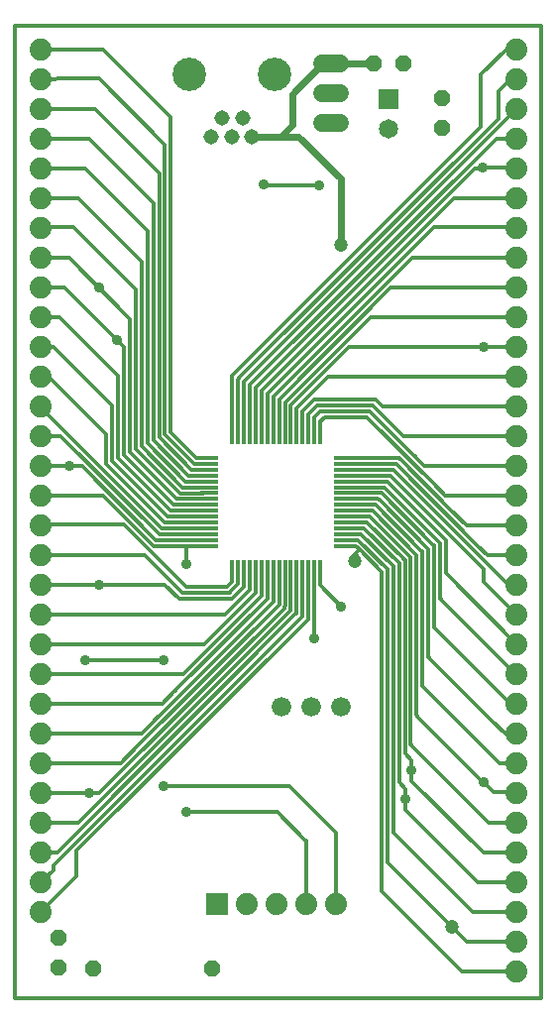
<source format=gtl>
G75*
G70*
%OFA0B0*%
%FSLAX24Y24*%
%IPPOS*%
%LPD*%
%AMOC8*
5,1,8,0,0,1.08239X$1,22.5*
%
%ADD10C,0.0120*%
%ADD11R,0.0591X0.0118*%
%ADD12R,0.0118X0.0591*%
%ADD13C,0.0660*%
%ADD14C,0.0600*%
%ADD15OC8,0.0520*%
%ADD16R,0.0650X0.0650*%
%ADD17C,0.0650*%
%ADD18C,0.0515*%
%ADD19C,0.1122*%
%ADD20R,0.0740X0.0740*%
%ADD21C,0.0740*%
%ADD22C,0.0742*%
%ADD23C,0.0356*%
%ADD24C,0.0240*%
%ADD25C,0.0472*%
D10*
X001007Y000170D02*
X018692Y000170D01*
X018692Y032847D01*
X001007Y032847D01*
X001007Y000170D01*
X001880Y003065D02*
X003078Y004262D01*
X003078Y005111D01*
X010873Y012906D01*
X010873Y014402D01*
X011069Y014384D02*
X011069Y012789D01*
X011070Y012788D01*
X011070Y012828D01*
X011070Y012788D02*
X011070Y012257D01*
X010676Y013006D02*
X010676Y014384D01*
X010479Y014384D02*
X010479Y013146D01*
X010450Y013076D02*
X002997Y005623D01*
X002900Y005526D01*
X002997Y005623D02*
X002999Y005623D01*
X002428Y005052D01*
X001893Y005052D01*
X001880Y005065D01*
X002288Y004619D02*
X002288Y004472D01*
X001880Y004065D01*
X002288Y004619D02*
X002291Y004619D01*
X002288Y004619D02*
X010676Y013006D01*
X010450Y013075D02*
X010460Y013087D01*
X010468Y013101D01*
X010474Y013115D01*
X010478Y013130D01*
X010479Y013146D01*
X010282Y013203D02*
X003686Y006607D01*
X003589Y006510D01*
X003686Y006607D02*
X003688Y006607D01*
X003137Y006056D01*
X001889Y006056D01*
X001880Y006065D01*
X001880Y007065D02*
X003483Y007065D01*
X003487Y007060D01*
X003843Y007060D01*
X004316Y007532D01*
X004318Y007532D01*
X004316Y007532D02*
X010056Y013272D01*
X010056Y013314D01*
X010085Y013343D02*
X010085Y014384D01*
X009888Y014384D02*
X009888Y013400D01*
X005103Y008615D01*
X005106Y008615D01*
X004554Y008064D01*
X004554Y008065D01*
X001880Y008065D01*
X001892Y008065D01*
X001880Y009065D02*
X001883Y009068D01*
X005263Y009068D01*
X005658Y009463D01*
X005814Y009619D01*
X005658Y009463D02*
X005656Y009463D01*
X009691Y013499D01*
X009691Y014384D01*
X009495Y014384D02*
X009495Y013597D01*
X006345Y010447D01*
X006347Y010447D01*
X006385Y010485D01*
X006347Y010447D02*
X005952Y010052D01*
X001893Y010052D01*
X001880Y010065D01*
X001889Y011056D02*
X001880Y011065D01*
X001889Y011056D02*
X006661Y011056D01*
X007035Y011430D01*
X007034Y011431D01*
X007034Y011432D01*
X009298Y013695D01*
X009298Y014384D01*
X009101Y014384D02*
X009101Y013794D01*
X007761Y012454D01*
X007723Y012416D01*
X007761Y012454D02*
X007763Y012454D01*
X007369Y012060D01*
X001885Y012060D01*
X001880Y012065D01*
X001901Y013044D02*
X001880Y013065D01*
X001901Y013044D02*
X008058Y013044D01*
X008905Y013891D01*
X008905Y014402D01*
X008707Y014384D02*
X008707Y013991D01*
X008314Y013597D01*
X006542Y013597D01*
X006542Y013596D01*
X006543Y013595D01*
X006641Y013595D01*
X006543Y013595D02*
X006523Y013595D01*
X006050Y014068D01*
X003842Y014068D01*
X001883Y014068D01*
X001880Y014065D01*
X001893Y015052D02*
X001880Y015065D01*
X001893Y015052D02*
X005381Y015052D01*
X006640Y013793D01*
X006641Y013792D01*
X006640Y013793D02*
X006640Y013794D01*
X008215Y013794D01*
X008244Y013823D01*
X008510Y014089D01*
X008510Y014384D01*
X008314Y014402D02*
X008314Y014166D01*
X008137Y013989D01*
X006759Y013989D01*
X004672Y016076D01*
X001891Y016076D01*
X001880Y016065D01*
X001885Y017060D02*
X001880Y017065D01*
X001885Y017060D02*
X003964Y017060D01*
X005657Y015367D01*
X005657Y015368D01*
X005656Y015369D01*
X006779Y015369D01*
X006779Y014757D01*
X006779Y015369D02*
X007329Y015369D01*
X007329Y015565D02*
X005754Y015565D01*
X005753Y015564D01*
X005735Y015564D01*
X003255Y018044D01*
X002838Y018044D01*
X001901Y018044D01*
X001880Y018065D01*
X001880Y019065D02*
X001883Y019068D01*
X002546Y019068D01*
X005854Y015761D01*
X007310Y015761D01*
X007350Y015957D02*
X005932Y015957D01*
X001838Y020052D01*
X001868Y020052D01*
X001880Y020065D01*
X001880Y021065D02*
X001891Y021076D01*
X002113Y021076D01*
X004082Y019107D01*
X004082Y019009D01*
X004081Y019009D01*
X004081Y019010D01*
X004081Y019009D02*
X004081Y018125D01*
X006050Y016156D01*
X007329Y016156D01*
X007329Y016353D02*
X006148Y016353D01*
X004278Y018223D01*
X004278Y019973D01*
X004279Y019973D01*
X004279Y020091D01*
X002310Y022060D01*
X001885Y022060D01*
X001880Y022065D01*
X001880Y023065D02*
X002487Y023065D01*
X004476Y021076D01*
X004476Y020918D01*
X004475Y020918D01*
X004475Y020979D01*
X004475Y020918D02*
X004475Y018321D01*
X006247Y016550D01*
X007329Y016550D01*
X007329Y016747D02*
X006345Y016747D01*
X004672Y018420D01*
X004672Y021902D01*
X004672Y021903D01*
X004672Y022060D01*
X004653Y022060D01*
X004432Y022280D01*
X002665Y024048D01*
X002665Y024068D01*
X001883Y024068D01*
X001880Y024065D01*
X001893Y025052D02*
X001880Y025065D01*
X001893Y025052D02*
X002822Y025052D01*
X003842Y024052D01*
X002822Y025052D02*
X004869Y023005D01*
X004869Y022965D01*
X004869Y022965D01*
X004869Y022887D01*
X004869Y022965D02*
X004869Y018518D01*
X006443Y016943D01*
X007329Y016943D01*
X007350Y017139D02*
X006562Y017139D01*
X005066Y018635D01*
X005066Y023989D01*
X002980Y026076D01*
X001891Y026076D01*
X001880Y026065D01*
X001880Y027065D02*
X002885Y027060D01*
X003137Y027060D01*
X005263Y024934D01*
X005263Y024875D01*
X005263Y024874D01*
X005262Y024874D01*
X005262Y018715D01*
X006640Y017337D01*
X007329Y017337D01*
X007329Y017534D02*
X006739Y017534D01*
X005459Y018814D01*
X005459Y025878D01*
X005460Y025879D01*
X005460Y025800D01*
X005460Y025879D02*
X005460Y025957D01*
X003373Y028044D01*
X001901Y028044D01*
X001880Y028065D01*
X001880Y029065D02*
X002883Y029068D01*
X003491Y029068D01*
X005657Y026902D01*
X005657Y026843D01*
X005656Y026843D01*
X005656Y026843D01*
X005656Y018912D01*
X006837Y017731D01*
X007329Y017731D01*
X007329Y017928D02*
X006936Y017928D01*
X005853Y019010D01*
X005853Y027827D01*
X005853Y027827D01*
X005854Y027828D01*
X005854Y027769D01*
X005854Y027828D02*
X005854Y027887D01*
X003688Y030052D01*
X002893Y030052D01*
X001880Y030065D01*
X001880Y031065D02*
X002891Y031076D01*
X003846Y031076D01*
X006050Y028871D01*
X006050Y028812D01*
X006050Y028811D01*
X006050Y019109D01*
X007034Y018125D01*
X007329Y018125D01*
X007271Y018320D02*
X007113Y018320D01*
X006247Y019186D01*
X006247Y029776D01*
X003964Y032060D01*
X002893Y032060D01*
X002888Y032065D01*
X001880Y032065D01*
X005657Y026843D02*
X005657Y026784D01*
X005263Y024875D02*
X005263Y024816D01*
X004672Y021963D02*
X004672Y021902D01*
X004278Y019995D02*
X004278Y019973D01*
X004082Y019009D02*
X004082Y018989D01*
X005753Y015564D02*
X005814Y015564D01*
X005735Y015367D02*
X005657Y015367D01*
X005436Y011520D02*
X003369Y011520D01*
X005103Y008615D02*
X004967Y008479D01*
X006011Y007296D02*
X005999Y007284D01*
X006011Y007296D02*
X010243Y007296D01*
X011818Y005721D01*
X011818Y003320D01*
X010814Y003320D02*
X010814Y005465D01*
X010775Y005465D01*
X009830Y006410D01*
X006779Y006410D01*
X007035Y011430D02*
X007074Y011469D01*
X005995Y011509D02*
X005436Y011520D01*
X008174Y013794D02*
X008190Y013795D01*
X008205Y013799D01*
X008219Y013805D01*
X008233Y013813D01*
X008245Y013823D01*
X010056Y013272D02*
X010066Y013284D01*
X010074Y013298D01*
X010080Y013312D01*
X010084Y013327D01*
X010085Y013343D01*
X010282Y013203D02*
X010282Y014384D01*
X011267Y014363D02*
X011267Y014048D01*
X011976Y013339D01*
X012428Y015052D02*
X012428Y015083D01*
X012586Y015241D01*
X012458Y015369D01*
X012241Y015369D01*
X012251Y015565D02*
X012546Y015565D01*
X013530Y014581D01*
X013530Y004739D01*
X013531Y004738D01*
X013531Y004737D01*
X015696Y002572D01*
X016208Y002060D01*
X016213Y002065D01*
X017880Y002065D01*
X017860Y003044D02*
X016405Y003044D01*
X015892Y003557D01*
X015892Y003558D01*
X013727Y005723D01*
X013727Y014680D01*
X013728Y014679D01*
X013728Y014678D01*
X012645Y015761D01*
X012231Y015761D01*
X012251Y015959D02*
X012743Y015959D01*
X013924Y014778D01*
X013924Y007415D01*
X014141Y007198D01*
X014141Y006843D01*
X014141Y006489D01*
X016582Y004048D01*
X017864Y004048D01*
X017880Y004065D01*
X017868Y005052D02*
X017880Y005065D01*
X017868Y005052D02*
X016759Y005052D01*
X014338Y007473D01*
X014338Y007808D01*
X014338Y008162D01*
X014121Y008379D01*
X014121Y014875D01*
X014121Y014876D01*
X012841Y016156D01*
X012251Y016156D01*
X012251Y016353D02*
X012939Y016353D01*
X014317Y014975D01*
X014317Y008717D01*
X014347Y008646D02*
X016425Y006568D01*
X016483Y006510D01*
X016424Y006568D02*
X016425Y006568D01*
X016424Y006568D02*
X016936Y006056D01*
X017872Y006056D01*
X017880Y006065D01*
X017880Y007065D02*
X017865Y007080D01*
X017094Y007080D01*
X016759Y007414D01*
X016680Y007494D01*
X016680Y007495D01*
X014544Y009631D01*
X014514Y009701D02*
X014514Y015073D01*
X013038Y016550D01*
X012251Y016550D01*
X012251Y016747D02*
X013136Y016747D01*
X014682Y015201D01*
X014711Y015130D02*
X014711Y010644D01*
X016876Y008479D01*
X016876Y008478D01*
X017291Y008064D01*
X017880Y008064D01*
X017880Y008065D01*
X017864Y009048D02*
X017487Y009048D01*
X017035Y009501D01*
X017036Y009501D01*
X017073Y009463D01*
X017036Y009501D02*
X014937Y011599D01*
X014908Y011670D02*
X014908Y015270D01*
X013264Y016914D01*
X013193Y016943D02*
X012251Y016943D01*
X012251Y017140D02*
X013333Y017140D01*
X015076Y015398D01*
X015105Y015327D02*
X015105Y012613D01*
X017270Y010447D01*
X017269Y010447D01*
X017192Y010524D01*
X017269Y010447D02*
X017665Y010052D01*
X017868Y010052D01*
X017880Y010065D01*
X017872Y011056D02*
X017880Y011065D01*
X017872Y011056D02*
X017842Y011056D01*
X017448Y011450D01*
X017448Y011451D01*
X015331Y013568D01*
X015302Y013638D02*
X015302Y015467D01*
X013432Y017337D01*
X012251Y017337D01*
X012251Y017534D02*
X013530Y017534D01*
X015499Y015565D01*
X015499Y014446D01*
X017880Y012065D01*
X017448Y011451D02*
X017467Y011432D01*
X017880Y013065D02*
X016779Y014166D01*
X016779Y014580D01*
X013629Y017729D01*
X013629Y017730D01*
X013628Y017731D01*
X012251Y017731D01*
X012251Y017928D02*
X013685Y017928D01*
X013756Y017898D02*
X017270Y014384D01*
X017269Y014384D01*
X017192Y014461D01*
X017269Y014384D02*
X017606Y014048D01*
X017864Y014048D01*
X017880Y014065D01*
X017868Y015052D02*
X017880Y015065D01*
X017868Y015052D02*
X016897Y015052D01*
X016580Y015369D01*
X016483Y015465D01*
X016580Y015369D02*
X016581Y015369D01*
X013825Y018125D01*
X012251Y018125D01*
X012251Y018321D02*
X013882Y018321D01*
X013953Y018292D02*
X015717Y016528D01*
X015892Y016353D01*
X015717Y016528D02*
X015716Y016528D01*
X016188Y016056D01*
X017872Y016056D01*
X017880Y016065D01*
X017876Y017060D02*
X017880Y017065D01*
X017876Y017060D02*
X015480Y017060D01*
X015125Y017414D01*
X015126Y017415D01*
X015203Y017337D01*
X015126Y017415D02*
X012870Y019670D01*
X012870Y019669D01*
X012881Y019658D01*
X012870Y019669D02*
X012842Y019698D01*
X011424Y019698D01*
X011267Y019540D01*
X011267Y019304D01*
X011069Y019306D02*
X011069Y019658D01*
X011099Y019729D02*
X011266Y019896D01*
X012939Y019896D01*
X014514Y018321D01*
X014514Y018320D01*
X014771Y018064D01*
X017880Y018064D01*
X017880Y018065D01*
X017880Y019065D02*
X017877Y019068D01*
X014062Y019068D01*
X013824Y019306D01*
X013767Y019363D01*
X013824Y019306D02*
X013825Y019306D01*
X013038Y020093D01*
X011168Y020093D01*
X010902Y019827D01*
X010873Y019756D02*
X010873Y019306D01*
X010676Y019306D02*
X010676Y019896D01*
X011069Y020290D01*
X011088Y020290D01*
X011090Y020288D01*
X013137Y020288D01*
X013373Y020052D01*
X017868Y020052D01*
X017880Y020065D01*
X017872Y021056D02*
X017880Y021065D01*
X017872Y021056D02*
X011543Y021056D01*
X010480Y019993D01*
X010480Y019994D01*
X010479Y019995D01*
X010479Y019306D01*
X010282Y019306D02*
X010282Y020093D01*
X010283Y020092D01*
X010283Y020091D01*
X012251Y022060D01*
X016763Y022060D01*
X017876Y022060D01*
X017880Y022065D01*
X017880Y023064D02*
X012960Y023064D01*
X010086Y020190D01*
X010085Y020190D01*
X010085Y019306D01*
X009888Y019306D02*
X009888Y020290D01*
X009889Y020289D01*
X009889Y020288D01*
X013649Y024048D01*
X017864Y024048D01*
X017880Y024065D01*
X017868Y025052D02*
X017880Y025065D01*
X017868Y025052D02*
X014357Y025052D01*
X009694Y020388D01*
X009691Y020388D01*
X009691Y019306D01*
X009495Y019306D02*
X009495Y020487D01*
X009495Y020486D01*
X009495Y020485D01*
X015086Y026076D01*
X017869Y026076D01*
X017880Y026065D01*
X017876Y027060D02*
X015775Y027060D01*
X009298Y020583D01*
X009298Y020584D01*
X009298Y019306D01*
X009101Y019306D02*
X009101Y020683D01*
X009102Y020682D01*
X016483Y028064D01*
X016724Y028064D01*
X016743Y028083D01*
X017861Y028083D01*
X017880Y028065D01*
X017880Y029065D02*
X017877Y029068D01*
X017192Y029068D01*
X008905Y020780D01*
X008905Y020781D01*
X008904Y020782D01*
X008904Y019306D01*
X008707Y019306D02*
X008707Y020879D01*
X008708Y020879D01*
X008708Y020780D01*
X008708Y020879D02*
X017881Y030052D01*
X017881Y030064D01*
X017880Y030065D01*
X017270Y029739D02*
X008540Y021008D01*
X008510Y020937D02*
X008510Y019306D01*
X008314Y019306D02*
X008314Y021077D01*
X016680Y029443D01*
X016680Y031215D01*
X016682Y031215D01*
X017527Y032060D01*
X017876Y032060D01*
X017880Y032065D01*
X017869Y031076D02*
X017704Y031076D01*
X017271Y030643D01*
X017271Y030625D01*
X017270Y030625D01*
X017270Y029739D01*
X017271Y030524D02*
X017271Y030625D01*
X017869Y031076D02*
X017880Y031065D01*
X016682Y031215D02*
X016680Y031213D01*
X017880Y027065D02*
X017876Y027060D01*
X017880Y023065D02*
X017880Y023064D01*
X014456Y018379D02*
X014514Y018320D01*
X013953Y018292D02*
X013941Y018302D01*
X013927Y018310D01*
X013913Y018316D01*
X013898Y018320D01*
X013882Y018321D01*
X013685Y017928D02*
X013701Y017927D01*
X013716Y017923D01*
X013730Y017917D01*
X013744Y017909D01*
X013756Y017899D01*
X013264Y016914D02*
X013252Y016924D01*
X013238Y016932D01*
X013224Y016938D01*
X013209Y016942D01*
X013193Y016943D01*
X012586Y015241D02*
X013332Y014495D01*
X013332Y014484D01*
X013333Y014483D01*
X013333Y003754D01*
X015402Y001686D01*
X015499Y001589D01*
X015401Y001686D02*
X015402Y001686D01*
X015401Y001686D02*
X016031Y001056D01*
X017872Y001056D01*
X017880Y001065D01*
X017860Y003044D02*
X017880Y003065D01*
X015892Y003557D02*
X015873Y003576D01*
X013531Y004738D02*
X013531Y004757D01*
X014346Y008646D02*
X014336Y008658D01*
X014328Y008672D01*
X014322Y008686D01*
X014318Y008701D01*
X014317Y008717D01*
X014543Y009630D02*
X014533Y009642D01*
X014525Y009656D01*
X014519Y009670D01*
X014515Y009685D01*
X014514Y009701D01*
X014937Y011599D02*
X014927Y011611D01*
X014919Y011625D01*
X014913Y011639D01*
X014909Y011654D01*
X014908Y011670D01*
X015331Y013567D02*
X015321Y013579D01*
X015313Y013593D01*
X015307Y013607D01*
X015303Y013622D01*
X015302Y013638D01*
X014711Y015130D02*
X014710Y015146D01*
X014706Y015161D01*
X014700Y015175D01*
X014692Y015189D01*
X014682Y015201D01*
X015076Y015398D02*
X015086Y015386D01*
X015094Y015372D01*
X015100Y015358D01*
X015104Y015343D01*
X015105Y015327D01*
X014121Y014875D02*
X014082Y014914D01*
X011069Y019658D02*
X011070Y019674D01*
X011074Y019689D01*
X011080Y019703D01*
X011088Y019717D01*
X011098Y019729D01*
X010902Y019827D02*
X010892Y019815D01*
X010884Y019801D01*
X010878Y019787D01*
X010874Y019772D01*
X010873Y019756D01*
X011070Y020288D02*
X011090Y020288D01*
X010085Y020190D02*
X010085Y020191D01*
X009694Y020388D02*
X009692Y020387D01*
X009298Y020584D02*
X009298Y020585D01*
X009101Y020683D02*
X009101Y020684D01*
X008707Y020879D02*
X008707Y020880D01*
X008510Y020937D02*
X008511Y020953D01*
X008515Y020968D01*
X008521Y020982D01*
X008529Y020996D01*
X008539Y021008D01*
X009377Y027493D02*
X009357Y027513D01*
X009377Y027493D02*
X011247Y027493D01*
X006050Y028753D02*
X006050Y028812D01*
X017880Y009065D02*
X017864Y009048D01*
X016876Y008478D02*
X016857Y008497D01*
X016641Y007532D02*
X016680Y007494D01*
D11*
X012034Y015369D03*
X012034Y015565D03*
X012034Y015762D03*
X012034Y015959D03*
X012034Y016156D03*
X012034Y016353D03*
X012034Y016550D03*
X012034Y016747D03*
X012034Y016943D03*
X012034Y017140D03*
X012034Y017337D03*
X012034Y017534D03*
X012034Y017731D03*
X012034Y017928D03*
X012034Y018125D03*
X012034Y018321D03*
X007546Y018321D03*
X007546Y018125D03*
X007546Y017928D03*
X007546Y017731D03*
X007546Y017534D03*
X007546Y017337D03*
X007546Y017140D03*
X007546Y016943D03*
X007546Y016747D03*
X007546Y016550D03*
X007546Y016353D03*
X007546Y016156D03*
X007546Y015959D03*
X007546Y015762D03*
X007546Y015565D03*
X007546Y015369D03*
D12*
X008314Y014601D03*
X008510Y014601D03*
X008707Y014601D03*
X008904Y014601D03*
X009101Y014601D03*
X009298Y014601D03*
X009495Y014601D03*
X009691Y014601D03*
X009888Y014601D03*
X010085Y014601D03*
X010282Y014601D03*
X010479Y014601D03*
X010676Y014601D03*
X010873Y014601D03*
X011069Y014601D03*
X011266Y014601D03*
X011266Y019089D03*
X011069Y019089D03*
X010873Y019089D03*
X010676Y019089D03*
X010479Y019089D03*
X010282Y019089D03*
X010085Y019089D03*
X009888Y019089D03*
X009691Y019089D03*
X009495Y019089D03*
X009298Y019089D03*
X009101Y019089D03*
X008904Y019089D03*
X008707Y019089D03*
X008510Y019089D03*
X008314Y019089D03*
D13*
X009972Y009973D03*
X010972Y009973D03*
X011972Y009973D03*
D14*
X011929Y029587D02*
X011329Y029587D01*
X011329Y030587D02*
X011929Y030587D01*
X011929Y031587D02*
X011329Y031587D01*
D15*
X013070Y031595D03*
X014070Y031595D03*
X015365Y030410D03*
X015365Y029410D03*
X002456Y002206D03*
X002456Y001206D03*
X003637Y001162D03*
X007637Y001162D03*
D16*
X013570Y030391D03*
D17*
X013570Y029391D03*
D18*
X008980Y029125D03*
X008670Y029745D03*
X008310Y029125D03*
X007980Y029745D03*
X007610Y029125D03*
D19*
X006873Y031225D03*
X009747Y031225D03*
D20*
X007814Y003333D03*
D21*
X008814Y003333D03*
X009814Y003333D03*
X010814Y003333D03*
X011814Y003333D03*
D22*
X017880Y003065D03*
X017880Y004065D03*
X017880Y005065D03*
X017880Y006065D03*
X017880Y007065D03*
X017880Y008065D03*
X017880Y009065D03*
X017880Y010065D03*
X017880Y011065D03*
X017880Y012065D03*
X017880Y013065D03*
X017880Y014065D03*
X017880Y015065D03*
X017880Y016065D03*
X017880Y017065D03*
X017880Y018065D03*
X017880Y019065D03*
X017880Y020065D03*
X017880Y021065D03*
X017880Y022065D03*
X017880Y023065D03*
X017880Y024065D03*
X017880Y025065D03*
X017880Y026065D03*
X017880Y027065D03*
X017880Y028065D03*
X017880Y029065D03*
X017880Y030065D03*
X017880Y031065D03*
X017880Y032065D03*
X001880Y032065D03*
X001880Y031065D03*
X001880Y030065D03*
X001880Y029065D03*
X001880Y028065D03*
X001880Y027065D03*
X001880Y026065D03*
X001880Y025065D03*
X001880Y024065D03*
X001880Y023065D03*
X001880Y022065D03*
X001880Y021065D03*
X001880Y020065D03*
X001880Y019065D03*
X001880Y018065D03*
X001880Y017065D03*
X001880Y016065D03*
X001880Y015065D03*
X001880Y014065D03*
X001880Y013065D03*
X001880Y012065D03*
X001880Y011065D03*
X001880Y010065D03*
X001880Y009065D03*
X001880Y008065D03*
X001880Y007065D03*
X001880Y006065D03*
X001880Y005065D03*
X001880Y004065D03*
X001880Y003065D03*
X017880Y002065D03*
X017880Y001065D03*
D23*
X016759Y007414D03*
X014338Y007808D03*
X014141Y006843D03*
X011070Y012257D03*
X011976Y013339D03*
X006779Y014757D03*
X005995Y011509D03*
X003842Y014068D03*
X003369Y011520D03*
X003487Y007060D03*
X005999Y007284D03*
X006779Y006410D03*
X002838Y018044D03*
X004432Y022280D03*
X003842Y024052D03*
X009357Y027513D03*
X011247Y027493D03*
X016743Y028083D03*
X016763Y022060D03*
D24*
X012428Y015052D02*
X012428Y014855D01*
X011956Y025485D02*
X011956Y027709D01*
X010539Y029127D01*
X009928Y029127D01*
X010322Y029520D01*
X010322Y030564D01*
X011346Y031587D01*
X013058Y031587D01*
X009928Y029127D02*
X009023Y029127D01*
D25*
X011956Y025485D03*
X012428Y014855D03*
X015696Y002572D03*
M02*

</source>
